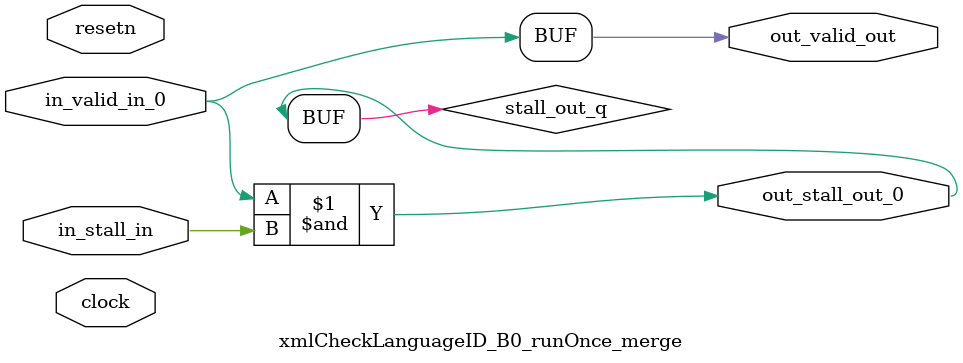
<source format=sv>



(* altera_attribute = "-name AUTO_SHIFT_REGISTER_RECOGNITION OFF; -name MESSAGE_DISABLE 10036; -name MESSAGE_DISABLE 10037; -name MESSAGE_DISABLE 14130; -name MESSAGE_DISABLE 14320; -name MESSAGE_DISABLE 15400; -name MESSAGE_DISABLE 14130; -name MESSAGE_DISABLE 10036; -name MESSAGE_DISABLE 12020; -name MESSAGE_DISABLE 12030; -name MESSAGE_DISABLE 12010; -name MESSAGE_DISABLE 12110; -name MESSAGE_DISABLE 14320; -name MESSAGE_DISABLE 13410; -name MESSAGE_DISABLE 113007; -name MESSAGE_DISABLE 10958" *)
module xmlCheckLanguageID_B0_runOnce_merge (
    input wire [0:0] in_stall_in,
    input wire [0:0] in_valid_in_0,
    output wire [0:0] out_stall_out_0,
    output wire [0:0] out_valid_out,
    input wire clock,
    input wire resetn
    );

    wire [0:0] stall_out_q;


    // stall_out(LOGICAL,6)
    assign stall_out_q = in_valid_in_0 & in_stall_in;

    // out_stall_out_0(GPOUT,4)
    assign out_stall_out_0 = stall_out_q;

    // out_valid_out(GPOUT,5)
    assign out_valid_out = in_valid_in_0;

endmodule

</source>
